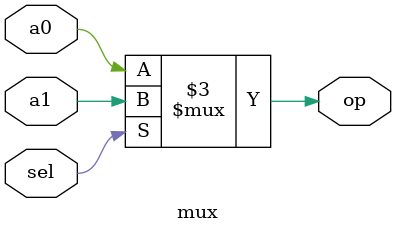
<source format=v>
`timescale 1ns / 1ps
module mux(a0,a1,sel,op
    );
	input a0,a1,sel ;
	output reg op;
	always @(*)
	begin
	if(sel)
		begin
			op = a1;
		end
	else
		begin
			op = a0;
		end
	end

endmodule

</source>
